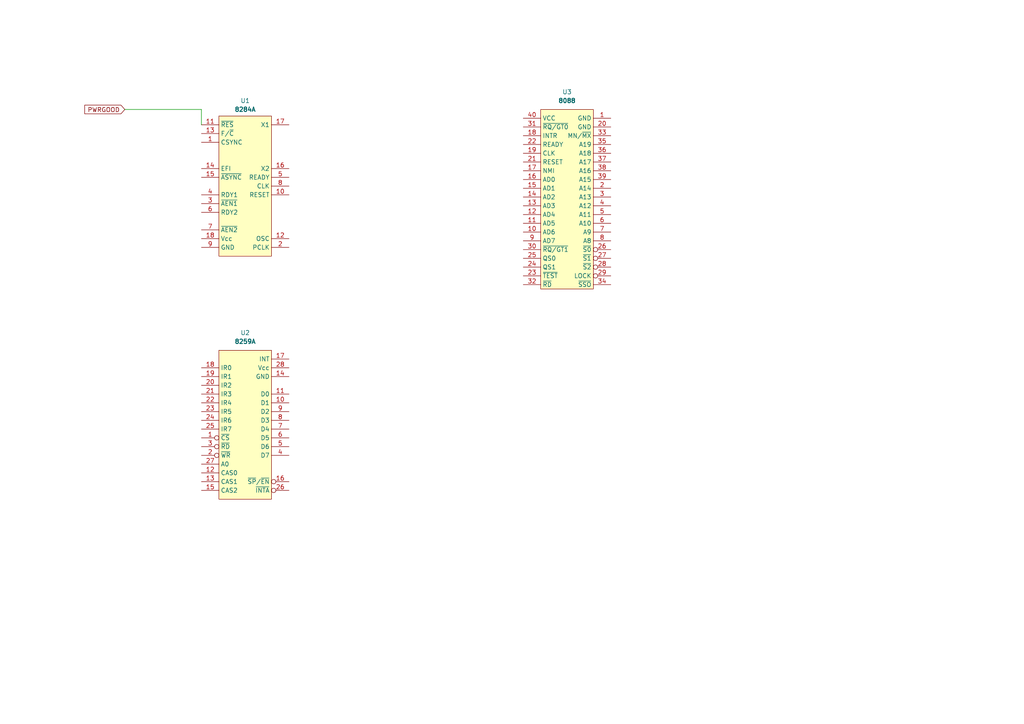
<source format=kicad_sch>
(kicad_sch (version 20230121) (generator eeschema)
  (paper "A4")
  (lib_symbols
    (symbol "Mad5150_early:8088"
      (property "Reference" "U" (at 0 3.81 0))
      (property "Value" "8088" (at 0 6.35 0))
      (symbol "8088_0_0"
        (pin power_in line (at 12.7 24.13 180) (length 5.08) (name "GND") (number "1"))
        (pin bidirectional line (at -12.7 -8.89 0) (length 5.08) (name "AD6") (number "10"))
        (pin bidirectional line (at -12.7 -6.35 0) (length 5.08) (name "AD5") (number "11"))
        (pin bidirectional line (at -12.7 -3.81 0) (length 5.08) (name "AD4") (number "12"))
        (pin bidirectional line (at -12.7 -1.27 0) (length 5.08) (name "AD3") (number "13"))
        (pin bidirectional line (at -12.7 1.27 0) (length 5.08) (name "AD2") (number "14"))
        (pin bidirectional line (at -12.7 3.81 0) (length 5.08) (name "AD1") (number "15"))
        (pin bidirectional line (at -12.7 6.35 0) (length 5.08) (name "AD0") (number "16"))
        (pin input line (at -12.7 8.89 0) (length 5.08) (name "NMI") (number "17"))
        (pin input line (at -12.7 19.05 0) (length 5.08) (name "INTR") (number "18"))
        (pin input line (at -12.7 13.97 0) (length 5.08) (name "CLK") (number "19"))
        (pin output line (at 12.7 3.81 180) (length 5.08) (name "A14") (number "2"))
        (pin power_in line (at 12.7 21.59 180) (length 5.08) (name "GND") (number "20"))
        (pin input line (at -12.7 11.43 0) (length 5.08) (name "RESET") (number "21"))
        (pin input line (at -12.7 16.51 0) (length 5.08) (name "READY") (number "22"))
        (pin input line (at -12.7 -21.59 0) (length 5.08) (name "~{TEST}") (number "23"))
        (pin output line (at -12.7 -19.05 0) (length 5.08) (name "QS1") (number "24"))
        (pin output line (at -12.7 -16.51 0) (length 5.08) (name "QS0") (number "25"))
        (pin output inverted (at 12.7 -13.97 180) (length 5.08) (name "~{S0}") (number "26"))
        (pin output inverted (at 12.7 -16.51 180) (length 5.08) (name "~{S1}") (number "27"))
        (pin output inverted (at 12.7 -19.05 180) (length 5.08) (name "~{S2}") (number "28"))
        (pin output inverted (at 12.7 -21.59 180) (length 5.08) (name "LOCK") (number "29"))
        (pin output line (at 12.7 1.27 180) (length 5.08) (name "A13") (number "3"))
        (pin output line (at -12.7 -13.97 0) (length 5.08) (name "~{RQ/GT1}") (number "30"))
        (pin input line (at -12.7 21.59 0) (length 5.08) (name "~{RQ/GT0}") (number "31"))
        (pin output line (at -12.7 -24.13 0) (length 5.08) (name "~{RD}") (number "32"))
        (pin input line (at 12.7 19.05 180) (length 5.08) (name "MN/~{MX}") (number "33"))
        (pin output line (at 12.7 -24.13 180) (length 5.08) (name "~{SSO}") (number "34"))
        (pin output line (at 12.7 16.51 180) (length 5.08) (name "A19") (number "35"))
        (pin output line (at 12.7 13.97 180) (length 5.08) (name "A18") (number "36"))
        (pin output line (at 12.7 11.43 180) (length 5.08) (name "A17") (number "37"))
        (pin output line (at 12.7 8.89 180) (length 5.08) (name "A16") (number "38"))
        (pin output line (at 12.7 6.35 180) (length 5.08) (name "A15") (number "39"))
        (pin output line (at 12.7 -1.27 180) (length 5.08) (name "A12") (number "4"))
        (pin power_in line (at -12.7 24.13 0) (length 5.08) (name "VCC") (number "40"))
        (pin output line (at 12.7 -3.81 180) (length 5.08) (name "A11") (number "5"))
        (pin output line (at 12.7 -6.35 180) (length 5.08) (name "A10") (number "6"))
        (pin output line (at 12.7 -8.89 180) (length 5.08) (name "A9") (number "7"))
        (pin output line (at 12.7 -11.43 180) (length 5.08) (name "A8") (number "8"))
        (pin bidirectional line (at -12.7 -11.43 0) (length 5.08) (name "AD7") (number "9"))
      )
      (symbol "8088_1_1"
        (rectangle (start -7.62 26.67) (end 7.62 -25.4) (fill (type background)))
      )
    )
    (symbol "Mad5150_early:8259A"
      (property "Reference" "U" (at 0 7.62 0))
      (property "Value" "8259A" (at 0 10.16 0))
      (symbol "8259A_0_0"
        (pin bidirectional line (at 12.7 6.35 180) (length 5.08) (name "D1") (number "10"))
        (pin bidirectional line (at 12.7 8.89 180) (length 5.08) (name "D0") (number "11"))
        (pin input line (at -12.7 -13.97 0) (length 5.08) (name "CAS0") (number "12"))
        (pin input line (at -12.7 -16.51 0) (length 5.08) (name "CAS1") (number "13"))
        (pin power_in line (at 12.7 13.97 180) (length 5.08) (name "GND") (number "14"))
        (pin input line (at -12.7 -19.05 0) (length 5.08) (name "CAS2") (number "15"))
        (pin bidirectional inverted (at 12.7 -16.51 180) (length 5.08) (name "~{SP}/~{EN}") (number "16"))
        (pin output line (at 12.7 19.05 180) (length 5.08) (name "INT") (number "17"))
        (pin input line (at -12.7 16.51 0) (length 5.08) (name "IR0") (number "18"))
        (pin input line (at -12.7 13.97 0) (length 5.08) (name "IR1") (number "19"))
        (pin input inverted (at -12.7 -8.89 0) (length 5.08) (name "~{WR}") (number "2"))
        (pin input line (at -12.7 11.43 0) (length 5.08) (name "IR2") (number "20"))
        (pin input line (at -12.7 8.89 0) (length 5.08) (name "IR3") (number "21"))
        (pin input line (at -12.7 6.35 0) (length 5.08) (name "IR4") (number "22"))
        (pin input line (at -12.7 3.81 0) (length 5.08) (name "IR5") (number "23"))
        (pin input line (at -12.7 1.27 0) (length 5.08) (name "IR6") (number "24"))
        (pin input line (at -12.7 -1.27 0) (length 5.08) (name "IR7") (number "25"))
        (pin input inverted (at 12.7 -19.05 180) (length 5.08) (name "~{INTA}") (number "26"))
        (pin input line (at -12.7 -11.43 0) (length 5.08) (name "A0") (number "27"))
        (pin power_in line (at 12.7 16.51 180) (length 5.08) (name "Vcc") (number "28"))
        (pin input inverted (at -12.7 -6.35 0) (length 5.08) (name "~{RD}") (number "3"))
        (pin bidirectional line (at 12.7 -8.89 180) (length 5.08) (name "D7") (number "4"))
        (pin bidirectional line (at 12.7 -6.35 180) (length 5.08) (name "D6") (number "5"))
        (pin bidirectional line (at 12.7 -3.81 180) (length 5.08) (name "D5") (number "6"))
        (pin bidirectional line (at 12.7 -1.27 180) (length 5.08) (name "D4") (number "7"))
        (pin bidirectional line (at 12.7 1.27 180) (length 5.08) (name "D3") (number "8"))
        (pin bidirectional line (at 12.7 3.81 180) (length 5.08) (name "D2") (number "9"))
      )
      (symbol "8259A_1_0"
        (pin input inverted (at -12.7 -3.81 0) (length 5.08) (name "~{CS}") (number "1"))
      )
      (symbol "8259A_1_1"
        (rectangle (start -7.62 21.59) (end 7.62 -21.59) (fill (type background)))
      )
    )
    (symbol "Mad5150_early:8284A"
      (property "Reference" "U" (at 0 6.35 0))
      (property "Value" "8284A" (at 0 8.89 0))
      (symbol "8284A_0_0"
        (pin input line (at -12.7 12.7 0) (length 5.08) (name "CSYNC") (number "1"))
        (pin output line (at 12.7 -2.54 180) (length 5.08) (name "RESET") (number "10"))
        (pin input line (at -12.7 17.78 0) (length 5.08) (name "~{RES}") (number "11"))
        (pin output line (at 12.7 -15.24 180) (length 5.08) (name "OSC") (number "12"))
        (pin input line (at -12.7 15.24 0) (length 5.08) (name "F/~{C}") (number "13"))
        (pin input line (at -12.7 5.08 0) (length 5.08) (name "EFI") (number "14"))
        (pin input line (at -12.7 2.54 0) (length 5.08) (name "~{ASYNC}") (number "15"))
        (pin input line (at 12.7 5.08 180) (length 5.08) (name "X2") (number "16"))
        (pin input line (at 12.7 17.78 180) (length 5.08) (name "X1") (number "17"))
        (pin power_in line (at -12.7 -15.24 0) (length 5.08) (name "Vcc") (number "18"))
        (pin output line (at 12.7 -17.78 180) (length 5.08) (name "PCLK") (number "2"))
        (pin input line (at -12.7 -5.08 0) (length 5.08) (name "~{AEN1}") (number "3"))
        (pin input line (at -12.7 -2.54 0) (length 5.08) (name "RDY1") (number "4"))
        (pin output line (at 12.7 2.54 180) (length 5.08) (name "READY") (number "5"))
        (pin input line (at -12.7 -7.62 0) (length 5.08) (name "RDY2") (number "6"))
        (pin input line (at -12.7 -12.7 0) (length 5.08) (name "~{AEN2}") (number "7"))
        (pin output line (at 12.7 0 180) (length 5.08) (name "CLK") (number "8"))
        (pin power_in line (at -12.7 -17.78 0) (length 5.08) (name "GND") (number "9"))
      )
      (symbol "8284A_1_1"
        (rectangle (start -7.62 20.32) (end 7.62 -20.32) (fill (type background)))
      )
    )
  )
  (wire (pts (xy 36.195 31.75) (xy 58.42 31.75)))
  (wire (pts (xy 58.42 36.195) (xy 58.42 31.75)))
  (global_label "PWRGOOD" (shape input) (at 36.195 31.75 180) (property "Intersheetrefs" "${INTERSHEET_REFS}" (effects hide)))
  (symbol (lib_id "Mad5150_early:8088") (at 164.465 58.42 0) (unit 1)
    (property "Reference" "U3" (at 164.465 26.67 0))
    (property "Value" "8088" (at 164.465 29.21 0) (effects (font bold)))
    (property "Footprint" "Package_DIP:DIP-40_W15.24mm" (effects hide))
  )
  (symbol (lib_id "Mad5150_early:8284A") (at 71.12 53.975 0) (unit 1)
    (property "Reference" "U1" (at 71.12 29.21 0))
    (property "Value" "8284A" (at 71.12 31.75 0) (effects (font bold)))
    (property "Footprint" "Package_DIP:DIP-18_W7.62mm" (effects hide))
  )
  (symbol (lib_id "Mad5150_early:8259A") (at 71.12 123.19 0) (unit 1)
    (property "Reference" "U2" (at 71.12 96.52 0))
    (property "Value" "8259A" (at 71.12 99.06 0) (effects (font bold)))
    (property "Footprint" "Package_DIP:DIP-28_W15.24mm" (effects hide))
  )
)
</source>
